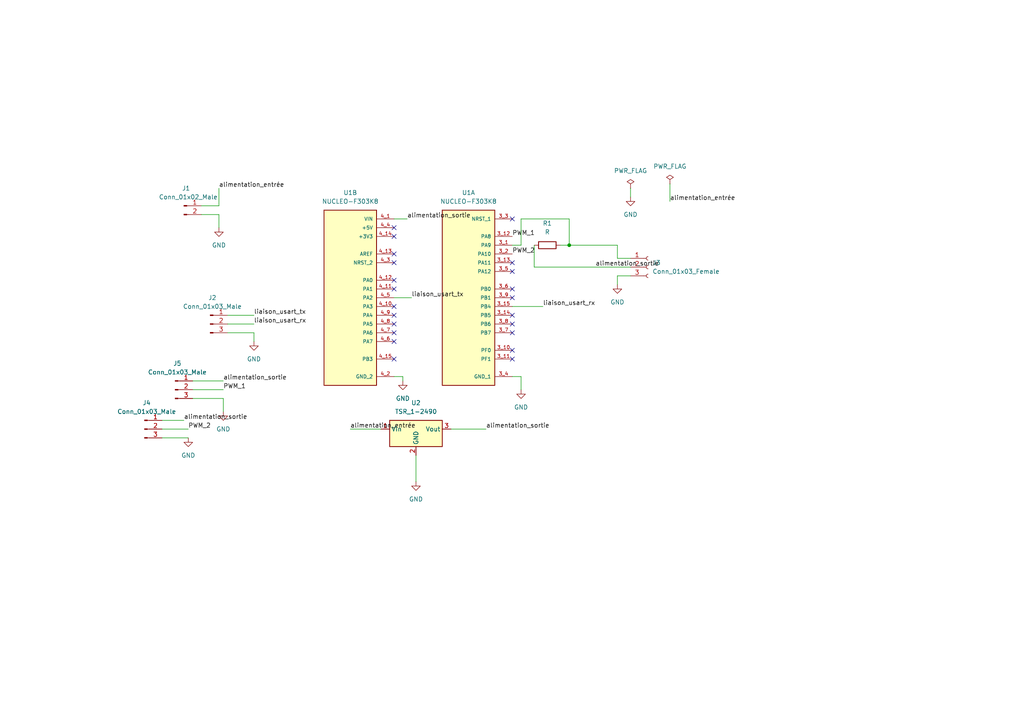
<source format=kicad_sch>
(kicad_sch (version 20211123) (generator eeschema)
  (paper "A4")
  (lib_symbols
    (symbol "Connector:Conn_01x02_Male" (pin_names (offset 1.016) hide)
      (property "Reference" "J" (at 0 2.54 0))
      (property "Value" "Conn_01x02_Male" (at 0 -5.08 0))
      (symbol "Conn_01x02_Male_1_1"
        (polyline (pts (xy 1.27 -2.54) (xy 0.8636 -2.54)) (stroke (width 0.1524)))
        (polyline (pts (xy 1.27 0) (xy 0.8636 0)) (stroke (width 0.1524)))
        (rectangle (start 0.8636 -2.413) (end 0 -2.667) (stroke (width 0.1524)) (fill (type outline)))
        (rectangle (start 0.8636 0.127) (end 0 -0.127) (stroke (width 0.1524)) (fill (type outline)))
        (pin passive line (at 5.08 0 180) (length 3.81) (name "Pin_1") (number "1"))
        (pin passive line (at 5.08 -2.54 180) (length 3.81) (name "Pin_2") (number "2"))
      )
    )
    (symbol "Connector:Conn_01x03_Female" (pin_names (offset 1.016) hide)
      (property "Reference" "J" (at 0 5.08 0))
      (property "Value" "Conn_01x03_Female" (at 0 -5.08 0))
      (symbol "Conn_01x03_Female_1_1"
        (arc (start 0 -2.032) (mid -0.508 -2.54) (end 0 -3.048) (stroke (width 0.1524)))
        (polyline (pts (xy -1.27 -2.54) (xy -0.508 -2.54)) (stroke (width 0.1524)))
        (polyline (pts (xy -1.27 0) (xy -0.508 0)) (stroke (width 0.1524)))
        (polyline (pts (xy -1.27 2.54) (xy -0.508 2.54)) (stroke (width 0.1524)))
        (arc (start 0 0.508) (mid -0.508 0) (end 0 -0.508) (stroke (width 0.1524)))
        (arc (start 0 3.048) (mid -0.508 2.54) (end 0 2.032) (stroke (width 0.1524)))
        (pin passive line (at -5.08 2.54 0) (length 3.81) (name "Pin_1") (number "1"))
        (pin passive line (at -5.08 0 0) (length 3.81) (name "Pin_2") (number "2"))
        (pin passive line (at -5.08 -2.54 0) (length 3.81) (name "Pin_3") (number "3"))
      )
    )
    (symbol "Connector:Conn_01x03_Male" (pin_names (offset 1.016) hide)
      (property "Reference" "J" (at 0 5.08 0))
      (property "Value" "Conn_01x03_Male" (at 0 -5.08 0))
      (symbol "Conn_01x03_Male_1_1"
        (polyline (pts (xy 1.27 -2.54) (xy 0.8636 -2.54)) (stroke (width 0.1524)))
        (polyline (pts (xy 1.27 0) (xy 0.8636 0)) (stroke (width 0.1524)))
        (polyline (pts (xy 1.27 2.54) (xy 0.8636 2.54)) (stroke (width 0.1524)))
        (rectangle (start 0.8636 -2.413) (end 0 -2.667) (stroke (width 0.1524)) (fill (type outline)))
        (rectangle (start 0.8636 0.127) (end 0 -0.127) (stroke (width 0.1524)) (fill (type outline)))
        (rectangle (start 0.8636 2.667) (end 0 2.413) (stroke (width 0.1524)) (fill (type outline)))
        (pin passive line (at 5.08 2.54 180) (length 3.81) (name "Pin_1") (number "1"))
        (pin passive line (at 5.08 0 180) (length 3.81) (name "Pin_2") (number "2"))
        (pin passive line (at 5.08 -2.54 180) (length 3.81) (name "Pin_3") (number "3"))
      )
    )
    (symbol "Device:R" (pin_numbers hide) (pin_names (offset 0))
      (property "Reference" "R" (at 2.032 0 90))
      (property "Value" "R" (at 0 0 90))
      (symbol "R_0_1"
        (rectangle (start -1.016 -2.54) (end 1.016 2.54) (stroke (width 0.254)))
      )
      (symbol "R_1_1"
        (pin passive line (at 0 3.81 270) (length 1.27) (name "~") (number "1"))
        (pin passive line (at 0 -3.81 90) (length 1.27) (name "~") (number "2"))
      )
    )
    (symbol "NUCLEO-F303K8:NUCLEO-F303K8" (pin_names (offset 1.016))
      (property "Reference" "U" (at -7.6292 25.9456 0))
      (property "Value" "NUCLEO-F303K8" (at -7.6233 -27.7005 0))
      (symbol "NUCLEO-F303K8_1_0"
        (rectangle (start -7.62 -25.4) (end 7.62 25.4) (stroke (width 0.254)) (fill (type background)))
        (pin bidirectional line (at 12.7 15.24 180) (length 5.08) (name "PA9") (number "3_1"))
        (pin bidirectional line (at 12.7 -15.24 180) (length 5.08) (name "PF0") (number "3_10"))
        (pin bidirectional line (at 12.7 -17.78 180) (length 5.08) (name "PF1") (number "3_11"))
        (pin bidirectional line (at 12.7 17.78 180) (length 5.08) (name "PA8") (number "3_12"))
        (pin bidirectional line (at 12.7 10.16 180) (length 5.08) (name "PA11") (number "3_13"))
        (pin bidirectional line (at 12.7 -5.08 180) (length 5.08) (name "PB5") (number "3_14"))
        (pin bidirectional line (at 12.7 -2.54 180) (length 5.08) (name "PB4") (number "3_15"))
        (pin bidirectional line (at 12.7 12.7 180) (length 5.08) (name "PA10") (number "3_2"))
        (pin bidirectional line (at 12.7 22.86 180) (length 5.08) (name "NRST_1") (number "3_3"))
        (pin power_in line (at 12.7 -22.86 180) (length 5.08) (name "GND_1") (number "3_4"))
        (pin bidirectional line (at 12.7 7.62 180) (length 5.08) (name "PA12") (number "3_5"))
        (pin bidirectional line (at 12.7 2.54 180) (length 5.08) (name "PB0") (number "3_6"))
        (pin bidirectional line (at 12.7 -10.16 180) (length 5.08) (name "PB7") (number "3_7"))
        (pin bidirectional line (at 12.7 -7.62 180) (length 5.08) (name "PB6") (number "3_8"))
        (pin bidirectional line (at 12.7 0 180) (length 5.08) (name "PB1") (number "3_9"))
      )
      (symbol "NUCLEO-F303K8_2_0"
        (rectangle (start -7.62 -25.4) (end 7.62 25.4) (stroke (width 0.254)) (fill (type background)))
        (pin power_in line (at 12.7 22.86 180) (length 5.08) (name "VIN") (number "4_1"))
        (pin bidirectional line (at 12.7 -2.54 180) (length 5.08) (name "PA3") (number "4_10"))
        (pin bidirectional line (at 12.7 2.54 180) (length 5.08) (name "PA1") (number "4_11"))
        (pin bidirectional line (at 12.7 5.08 180) (length 5.08) (name "PA0") (number "4_12"))
        (pin bidirectional line (at 12.7 12.7 180) (length 5.08) (name "AREF") (number "4_13"))
        (pin power_in line (at 12.7 17.78 180) (length 5.08) (name "+3V3") (number "4_14"))
        (pin bidirectional line (at 12.7 -17.78 180) (length 5.08) (name "PB3") (number "4_15"))
        (pin power_in line (at 12.7 -22.86 180) (length 5.08) (name "GND_2") (number "4_2"))
        (pin bidirectional line (at 12.7 10.16 180) (length 5.08) (name "NRST_2") (number "4_3"))
        (pin power_in line (at 12.7 20.32 180) (length 5.08) (name "+5V") (number "4_4"))
        (pin bidirectional line (at 12.7 0 180) (length 5.08) (name "PA2") (number "4_5"))
        (pin bidirectional line (at 12.7 -12.7 180) (length 5.08) (name "PA7") (number "4_6"))
        (pin bidirectional line (at 12.7 -10.16 180) (length 5.08) (name "PA6") (number "4_7"))
        (pin bidirectional line (at 12.7 -7.62 180) (length 5.08) (name "PA5") (number "4_8"))
        (pin bidirectional line (at 12.7 -5.08 180) (length 5.08) (name "PA4") (number "4_9"))
      )
    )
    (symbol "Regulator_Switching:TSR_1-2490"
      (property "Reference" "U" (at -7.62 6.35 0))
      (property "Value" "TSR_1-2490" (at -1.27 6.35 0))
      (symbol "TSR_1-2490_0_1"
        (rectangle (start -7.62 5.08) (end 7.62 -2.54) (stroke (width 0.254)) (fill (type background)))
      )
      (symbol "TSR_1-2490_1_1"
        (pin power_in line (at -10.16 2.54 0) (length 2.54) (name "Vin") (number "1"))
        (pin power_in line (at 0 -5.08 90) (length 2.54) (name "GND") (number "2"))
        (pin power_out line (at 10.16 2.54 180) (length 2.54) (name "Vout") (number "3"))
      )
    )
    (symbol "power:GND" (power) (pin_names (offset 0))
      (property "Value" "GND" (at 0 -3.81 0))
      (symbol "GND_0_1"
        (polyline (pts (xy 0 0) (xy 0 -1.27) (xy 1.27 -1.27) (xy 0 -2.54) (xy -1.27 -1.27) (xy 0 -1.27)))
      )
      (symbol "GND_1_1"
        (pin power_in line (at 0 0 270) (length 0) hide (name "GND") (number "1"))
      )
    )
    (symbol "power:PWR_FLAG" (power) (pin_numbers hide) (pin_names (offset 0) hide)
      (property "Value" "PWR_FLAG" (at 0 3.81 0))
      (symbol "PWR_FLAG_0_0"
        (pin power_out line (at 0 0 90) (length 0) (name "pwr") (number "1"))
      )
      (symbol "PWR_FLAG_0_1"
        (polyline (pts (xy 0 0) (xy 0 1.27) (xy -1.016 1.905) (xy 0 2.54) (xy 1.016 1.905) (xy 0 1.27)))
      )
    )
  )
  (junction (at 165.1 71.12))
  (no_connect (at 114.3 96.52))
  (no_connect (at 114.3 91.44))
  (no_connect (at 114.3 83.82))
  (no_connect (at 148.59 96.52))
  (no_connect (at 114.3 81.28))
  (no_connect (at 148.59 63.5))
  (no_connect (at 148.59 76.2))
  (no_connect (at 148.59 86.36))
  (no_connect (at 148.59 93.98))
  (no_connect (at 114.3 99.06))
  (no_connect (at 114.3 104.14))
  (no_connect (at 148.59 91.44))
  (no_connect (at 148.59 78.74))
  (no_connect (at 114.3 88.9))
  (no_connect (at 148.59 83.82))
  (no_connect (at 148.59 101.6))
  (no_connect (at 114.3 68.58))
  (no_connect (at 114.3 93.98))
  (no_connect (at 148.59 104.14))
  (no_connect (at 114.3 76.2))
  (no_connect (at 114.3 73.66))
  (no_connect (at 114.3 66.04))
  (wire (pts (xy 148.59 88.9) (xy 157.48 88.9)))
  (wire (pts (xy 182.88 80.01) (xy 179.07 80.01)))
  (wire (pts (xy 148.59 109.22) (xy 151.13 109.22)))
  (wire (pts (xy 130.81 124.46) (xy 140.97 124.46)))
  (wire (pts (xy 114.3 63.5) (xy 118.11 63.5)))
  (wire (pts (xy 154.94 77.47) (xy 182.88 77.47)))
  (wire (pts (xy 154.94 71.12) (xy 154.94 77.47)))
  (wire (pts (xy 63.5 54.61) (xy 63.5 59.69)))
  (wire (pts (xy 194.31 53.34) (xy 194.31 58.42)))
  (wire (pts (xy 116.84 109.22) (xy 116.84 110.49)))
  (wire (pts (xy 101.6 124.46) (xy 110.49 124.46)))
  (wire (pts (xy 63.5 62.23) (xy 63.5 66.04)))
  (wire (pts (xy 120.65 132.08) (xy 120.65 139.7)))
  (wire (pts (xy 46.99 124.46) (xy 54.61 124.46)))
  (wire (pts (xy 58.42 62.23) (xy 63.5 62.23)))
  (wire (pts (xy 165.1 71.12) (xy 179.07 71.12)))
  (wire (pts (xy 64.77 115.57) (xy 64.77 119.38)))
  (wire (pts (xy 179.07 71.12) (xy 179.07 74.93)))
  (wire (pts (xy 165.1 63.5) (xy 165.1 71.12)))
  (wire (pts (xy 162.56 71.12) (xy 165.1 71.12)))
  (wire (pts (xy 151.13 109.22) (xy 151.13 113.03)))
  (wire (pts (xy 151.13 71.12) (xy 151.13 63.5)))
  (wire (pts (xy 55.88 115.57) (xy 64.77 115.57)))
  (wire (pts (xy 66.04 93.98) (xy 73.66 93.98)))
  (wire (pts (xy 179.07 80.01) (xy 179.07 82.55)))
  (wire (pts (xy 114.3 86.36) (xy 119.38 86.36)))
  (wire (pts (xy 148.59 71.12) (xy 151.13 71.12)))
  (wire (pts (xy 73.66 96.52) (xy 73.66 99.06)))
  (wire (pts (xy 55.88 113.03) (xy 64.77 113.03)))
  (wire (pts (xy 179.07 74.93) (xy 182.88 74.93)))
  (wire (pts (xy 182.88 54.61) (xy 182.88 57.15)))
  (wire (pts (xy 46.99 127) (xy 54.61 127)))
  (wire (pts (xy 66.04 96.52) (xy 73.66 96.52)))
  (wire (pts (xy 58.42 59.69) (xy 63.5 59.69)))
  (wire (pts (xy 46.99 121.92) (xy 53.34 121.92)))
  (wire (pts (xy 55.88 110.49) (xy 64.77 110.49)))
  (wire (pts (xy 114.3 109.22) (xy 116.84 109.22)))
  (wire (pts (xy 66.04 91.44) (xy 73.66 91.44)))
  (wire (pts (xy 151.13 63.5) (xy 165.1 63.5)))
  (label "alimentation_sortie" (at 140.97 124.46 0))
  (label "alimentation_entrée" (at 194.31 58.42 0))
  (label "liaison_usart_tx" (at 119.38 86.36 0))
  (label "liaison_usart_tx" (at 73.66 91.44 0))
  (label "liaison_usart_rx" (at 73.66 93.98 0))
  (label "liaison_usart_rx" (at 157.48 88.9 0))
  (label "alimentation_sortie" (at 172.72 77.47 0))
  (label "alimentation_entrée" (at 63.5 54.61 0))
  (label "PWM_2" (at 54.61 124.46 0))
  (label "alimentation_entrée" (at 101.6 124.46 0))
  (label "PWM_1" (at 64.77 113.03 0))
  (label "PWM_2" (at 148.59 73.66 0))
  (label "alimentation_sortie" (at 53.34 121.92 0))
  (label "alimentation_sortie" (at 118.11 63.5 0))
  (label "PWM_1" (at 148.59 68.58 0))
  (label "alimentation_sortie" (at 64.77 110.49 0))
  (symbol (lib_id "Connector:Conn_01x03_Male") (at 60.96 93.98 0) (unit 1)
    (property "Reference" "J2" (at 61.595 86.36 0))
    (property "Value" "Conn_01x03_Male" (at 61.595 88.9 0))
    (property "Footprint" "Connector_PinHeader_2.54mm:PinHeader_1x03_P2.54mm_Vertical" (effects hide))
  )
  (symbol (lib_id "power:GND") (at 179.07 82.55 0) (unit 1)
    (property "Reference" "#PWR0101" (effects hide))
    (property "Value" "GND" (at 179.07 87.63 0))
  )
  (symbol (lib_id "Device:R") (at 158.75 71.12 90) (unit 1)
    (property "Reference" "R1" (at 158.75 64.77 90))
    (property "Value" "R" (at 158.75 67.31 90))
    (property "Footprint" "Resistor_SMD:R_0805_2012Metric" (effects hide))
  )
  (symbol (lib_id "Connector:Conn_01x03_Female") (at 187.96 77.47 0) (unit 1)
    (property "Reference" "J3" (at 189.23 76.1999 0) (effects (justify left)))
    (property "Value" "Conn_01x03_Female" (at 189.23 78.7399 0) (effects (justify left)))
    (property "Footprint" "Connector_PinSocket_2.54mm:PinSocket_1x03_P2.54mm_Vertical" (effects hide))
  )
  (symbol (lib_id "power:PWR_FLAG") (at 194.31 53.34 0) (unit 1)
    (property "Reference" "#FLG02" (effects hide))
    (property "Value" "PWR_FLAG" (at 194.31 48.26 0))
  )
  (symbol (lib_id "power:GND") (at 120.65 139.7 0) (unit 1)
    (property "Reference" "#PWR0103" (effects hide))
    (property "Value" "GND" (at 120.65 144.78 0))
  )
  (symbol (lib_id "NUCLEO-F303K8:NUCLEO-F303K8") (at 135.89 86.36 0) (unit 1)
    (property "Reference" "U1" (at 135.89 55.88 0))
    (property "Value" "NUCLEO-F303K8" (at 135.89 58.42 0))
    (property "Footprint" "NUCLEO-F303K8:MODULE_NUCLEO-F303K8" (effects hide))
    (property "PARTREV" "5" (effects hide))
    (property "MANUFACTURER" "STMicroelectronics" (effects hide))
    (property "MAXIMUM_PACKAGE_HEIGHT" "N/A" (effects hide))
    (property "SNAPEDA_PN" "NUCLEO-F303K8" (effects hide))
    (property "STANDARD" "Manufacturer Recommendations" (effects hide))
  )
  (symbol (lib_id "power:GND") (at 151.13 113.03 0) (unit 1)
    (property "Reference" "#PWR0102" (effects hide))
    (property "Value" "GND" (at 151.13 118.11 0))
  )
  (symbol (lib_id "power:PWR_FLAG") (at 182.88 54.61 0) (unit 1)
    (property "Reference" "#FLG01" (effects hide))
    (property "Value" "PWR_FLAG" (at 182.88 49.53 0))
  )
  (symbol (lib_id "power:GND") (at 54.61 127 0) (unit 1)
    (property "Reference" "#PWR0108" (effects hide))
    (property "Value" "GND" (at 54.61 132.08 0))
  )
  (symbol (lib_id "power:GND") (at 73.66 99.06 0) (unit 1)
    (property "Reference" "#PWR0107" (effects hide))
    (property "Value" "GND" (at 73.66 104.14 0))
  )
  (symbol (lib_id "Regulator_Switching:TSR_1-2490") (at 120.65 127 0) (unit 1)
    (property "Reference" "U2" (at 120.65 116.84 0))
    (property "Value" "TSR_1-2490" (at 120.65 119.38 0))
    (property "Footprint" "Converter_DCDC:Converter_DCDC_TRACO_TSR-1_THT" (effects hide))
    (property "Datasheet" "http://www.tracopower.com/products/tsr1.pdf" (effects hide))
  )
  (symbol (lib_id "Connector:Conn_01x03_Male") (at 41.91 124.46 0) (unit 1)
    (property "Reference" "J4" (at 42.545 116.84 0))
    (property "Value" "Conn_01x03_Male" (at 42.545 119.38 0))
    (property "Footprint" "Connector_PinHeader_2.54mm:PinHeader_1x03_P2.54mm_Vertical" (effects hide))
  )
  (symbol (lib_id "Connector:Conn_01x02_Male") (at 53.34 59.69 0) (unit 1)
    (property "Reference" "J1" (at 53.975 54.61 0))
    (property "Value" "Conn_01x02_Male" (at 54.61 57.15 0))
    (property "Footprint" "Connector_PinHeader_2.54mm:PinHeader_1x02_P2.54mm_Vertical" (effects hide))
  )
  (symbol (lib_id "NUCLEO-F303K8:NUCLEO-F303K8") (at 101.6 86.36 0) (unit 2)
    (property "Reference" "U1" (at 101.6 55.88 0))
    (property "Value" "NUCLEO-F303K8" (at 101.6 58.42 0))
    (property "Footprint" "NUCLEO-F303K8:MODULE_NUCLEO-F303K8" (effects hide))
    (property "PARTREV" "5" (effects hide))
    (property "MANUFACTURER" "STMicroelectronics" (effects hide))
    (property "MAXIMUM_PACKAGE_HEIGHT" "N/A" (effects hide))
    (property "SNAPEDA_PN" "NUCLEO-F303K8" (effects hide))
    (property "STANDARD" "Manufacturer Recommendations" (effects hide))
  )
  (symbol (lib_id "Connector:Conn_01x03_Male") (at 50.8 113.03 0) (unit 1)
    (property "Reference" "J5" (at 51.435 105.41 0))
    (property "Value" "Conn_01x03_Male" (at 51.435 107.95 0))
    (property "Footprint" "Connector_PinHeader_2.54mm:PinHeader_1x03_P2.54mm_Vertical" (effects hide))
  )
  (symbol (lib_id "power:GND") (at 116.84 110.49 0) (unit 1)
    (property "Reference" "#PWR0104" (effects hide))
    (property "Value" "GND" (at 116.84 115.57 0))
  )
  (symbol (lib_id "power:GND") (at 182.88 57.15 0) (unit 1)
    (property "Reference" "#PWR01" (effects hide))
    (property "Value" "GND" (at 182.88 62.23 0))
  )
  (symbol (lib_id "power:GND") (at 63.5 66.04 0) (unit 1)
    (property "Reference" "#PWR0106" (effects hide))
    (property "Value" "GND" (at 63.5 71.12 0))
  )
  (symbol (lib_id "power:GND") (at 64.77 119.38 0) (unit 1)
    (property "Reference" "#PWR0105" (effects hide))
    (property "Value" "GND" (at 64.77 124.46 0))
  )
)
</source>
